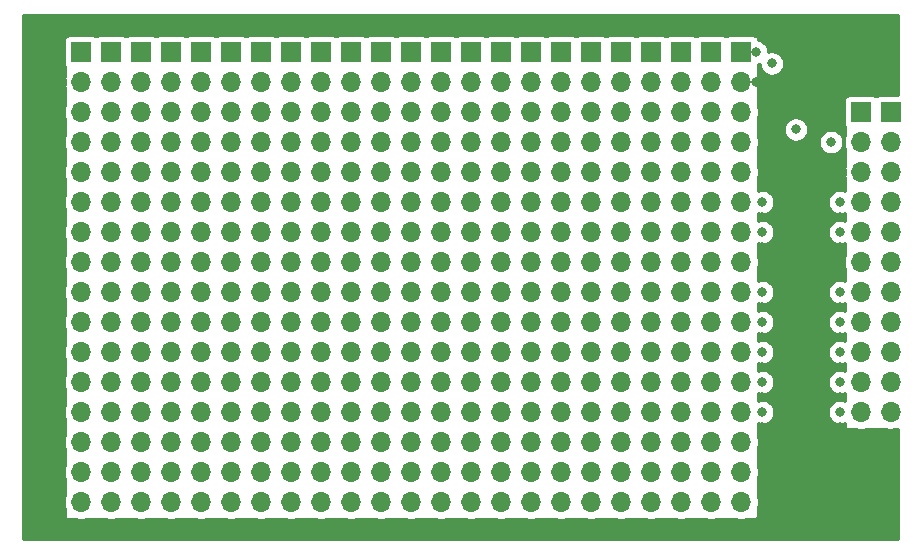
<source format=gbr>
G04 #@! TF.GenerationSoftware,KiCad,Pcbnew,(5.1.5)-3*
G04 #@! TF.CreationDate,2020-01-02T02:10:15+03:00*
G04 #@! TF.ProjectId,Sharp 11Pin Breadboard,53686172-7020-4313-9150-696e20427265,rev?*
G04 #@! TF.SameCoordinates,Original*
G04 #@! TF.FileFunction,Copper,L2,Bot*
G04 #@! TF.FilePolarity,Positive*
%FSLAX46Y46*%
G04 Gerber Fmt 4.6, Leading zero omitted, Abs format (unit mm)*
G04 Created by KiCad (PCBNEW (5.1.5)-3) date 2020-01-02 02:10:15*
%MOMM*%
%LPD*%
G04 APERTURE LIST*
%ADD10O,1.700000X1.700000*%
%ADD11R,1.700000X1.700000*%
%ADD12C,0.800000*%
%ADD13C,0.254000*%
G04 APERTURE END LIST*
D10*
X165100000Y-81280000D03*
X165100000Y-78740000D03*
X165100000Y-76200000D03*
X165100000Y-73660000D03*
X165100000Y-71120000D03*
X165100000Y-68580000D03*
X165100000Y-66040000D03*
X165100000Y-63500000D03*
X165100000Y-60960000D03*
X165100000Y-58420000D03*
D11*
X165100000Y-55880000D03*
D10*
X154940000Y-88900000D03*
X154940000Y-86360000D03*
X154940000Y-83820000D03*
X154940000Y-81280000D03*
X154940000Y-78740000D03*
X154940000Y-76200000D03*
X154940000Y-73660000D03*
X154940000Y-71120000D03*
X154940000Y-68580000D03*
X154940000Y-66040000D03*
X154940000Y-63500000D03*
X154940000Y-60960000D03*
X154940000Y-58420000D03*
X154940000Y-55880000D03*
X154940000Y-53340000D03*
D11*
X154940000Y-50800000D03*
D10*
X152400000Y-88900000D03*
X152400000Y-86360000D03*
X152400000Y-83820000D03*
X152400000Y-81280000D03*
X152400000Y-78740000D03*
X152400000Y-76200000D03*
X152400000Y-73660000D03*
X152400000Y-71120000D03*
X152400000Y-68580000D03*
X152400000Y-66040000D03*
X152400000Y-63500000D03*
X152400000Y-60960000D03*
X152400000Y-58420000D03*
X152400000Y-55880000D03*
X152400000Y-53340000D03*
D11*
X152400000Y-50800000D03*
D10*
X149860000Y-88900000D03*
X149860000Y-86360000D03*
X149860000Y-83820000D03*
X149860000Y-81280000D03*
X149860000Y-78740000D03*
X149860000Y-76200000D03*
X149860000Y-73660000D03*
X149860000Y-71120000D03*
X149860000Y-68580000D03*
X149860000Y-66040000D03*
X149860000Y-63500000D03*
X149860000Y-60960000D03*
X149860000Y-58420000D03*
X149860000Y-55880000D03*
X149860000Y-53340000D03*
D11*
X149860000Y-50800000D03*
D10*
X147320000Y-88900000D03*
X147320000Y-86360000D03*
X147320000Y-83820000D03*
X147320000Y-81280000D03*
X147320000Y-78740000D03*
X147320000Y-76200000D03*
X147320000Y-73660000D03*
X147320000Y-71120000D03*
X147320000Y-68580000D03*
X147320000Y-66040000D03*
X147320000Y-63500000D03*
X147320000Y-60960000D03*
X147320000Y-58420000D03*
X147320000Y-55880000D03*
X147320000Y-53340000D03*
D11*
X147320000Y-50800000D03*
D10*
X144780000Y-88900000D03*
X144780000Y-86360000D03*
X144780000Y-83820000D03*
X144780000Y-81280000D03*
X144780000Y-78740000D03*
X144780000Y-76200000D03*
X144780000Y-73660000D03*
X144780000Y-71120000D03*
X144780000Y-68580000D03*
X144780000Y-66040000D03*
X144780000Y-63500000D03*
X144780000Y-60960000D03*
X144780000Y-58420000D03*
X144780000Y-55880000D03*
X144780000Y-53340000D03*
D11*
X144780000Y-50800000D03*
D10*
X142240000Y-88900000D03*
X142240000Y-86360000D03*
X142240000Y-83820000D03*
X142240000Y-81280000D03*
X142240000Y-78740000D03*
X142240000Y-76200000D03*
X142240000Y-73660000D03*
X142240000Y-71120000D03*
X142240000Y-68580000D03*
X142240000Y-66040000D03*
X142240000Y-63500000D03*
X142240000Y-60960000D03*
X142240000Y-58420000D03*
X142240000Y-55880000D03*
X142240000Y-53340000D03*
D11*
X142240000Y-50800000D03*
D10*
X139700000Y-88900000D03*
X139700000Y-86360000D03*
X139700000Y-83820000D03*
X139700000Y-81280000D03*
X139700000Y-78740000D03*
X139700000Y-76200000D03*
X139700000Y-73660000D03*
X139700000Y-71120000D03*
X139700000Y-68580000D03*
X139700000Y-66040000D03*
X139700000Y-63500000D03*
X139700000Y-60960000D03*
X139700000Y-58420000D03*
X139700000Y-55880000D03*
X139700000Y-53340000D03*
D11*
X139700000Y-50800000D03*
D10*
X137160000Y-88900000D03*
X137160000Y-86360000D03*
X137160000Y-83820000D03*
X137160000Y-81280000D03*
X137160000Y-78740000D03*
X137160000Y-76200000D03*
X137160000Y-73660000D03*
X137160000Y-71120000D03*
X137160000Y-68580000D03*
X137160000Y-66040000D03*
X137160000Y-63500000D03*
X137160000Y-60960000D03*
X137160000Y-58420000D03*
X137160000Y-55880000D03*
X137160000Y-53340000D03*
D11*
X137160000Y-50800000D03*
D10*
X134620000Y-88900000D03*
X134620000Y-86360000D03*
X134620000Y-83820000D03*
X134620000Y-81280000D03*
X134620000Y-78740000D03*
X134620000Y-76200000D03*
X134620000Y-73660000D03*
X134620000Y-71120000D03*
X134620000Y-68580000D03*
X134620000Y-66040000D03*
X134620000Y-63500000D03*
X134620000Y-60960000D03*
X134620000Y-58420000D03*
X134620000Y-55880000D03*
X134620000Y-53340000D03*
D11*
X134620000Y-50800000D03*
D10*
X132080000Y-88900000D03*
X132080000Y-86360000D03*
X132080000Y-83820000D03*
X132080000Y-81280000D03*
X132080000Y-78740000D03*
X132080000Y-76200000D03*
X132080000Y-73660000D03*
X132080000Y-71120000D03*
X132080000Y-68580000D03*
X132080000Y-66040000D03*
X132080000Y-63500000D03*
X132080000Y-60960000D03*
X132080000Y-58420000D03*
X132080000Y-55880000D03*
X132080000Y-53340000D03*
D11*
X132080000Y-50800000D03*
D10*
X129540000Y-88900000D03*
X129540000Y-86360000D03*
X129540000Y-83820000D03*
X129540000Y-81280000D03*
X129540000Y-78740000D03*
X129540000Y-76200000D03*
X129540000Y-73660000D03*
X129540000Y-71120000D03*
X129540000Y-68580000D03*
X129540000Y-66040000D03*
X129540000Y-63500000D03*
X129540000Y-60960000D03*
X129540000Y-58420000D03*
X129540000Y-55880000D03*
X129540000Y-53340000D03*
D11*
X129540000Y-50800000D03*
D10*
X127000000Y-88900000D03*
X127000000Y-86360000D03*
X127000000Y-83820000D03*
X127000000Y-81280000D03*
X127000000Y-78740000D03*
X127000000Y-76200000D03*
X127000000Y-73660000D03*
X127000000Y-71120000D03*
X127000000Y-68580000D03*
X127000000Y-66040000D03*
X127000000Y-63500000D03*
X127000000Y-60960000D03*
X127000000Y-58420000D03*
X127000000Y-55880000D03*
X127000000Y-53340000D03*
D11*
X127000000Y-50800000D03*
D10*
X124460000Y-88900000D03*
X124460000Y-86360000D03*
X124460000Y-83820000D03*
X124460000Y-81280000D03*
X124460000Y-78740000D03*
X124460000Y-76200000D03*
X124460000Y-73660000D03*
X124460000Y-71120000D03*
X124460000Y-68580000D03*
X124460000Y-66040000D03*
X124460000Y-63500000D03*
X124460000Y-60960000D03*
X124460000Y-58420000D03*
X124460000Y-55880000D03*
X124460000Y-53340000D03*
D11*
X124460000Y-50800000D03*
D10*
X121920000Y-88900000D03*
X121920000Y-86360000D03*
X121920000Y-83820000D03*
X121920000Y-81280000D03*
X121920000Y-78740000D03*
X121920000Y-76200000D03*
X121920000Y-73660000D03*
X121920000Y-71120000D03*
X121920000Y-68580000D03*
X121920000Y-66040000D03*
X121920000Y-63500000D03*
X121920000Y-60960000D03*
X121920000Y-58420000D03*
X121920000Y-55880000D03*
X121920000Y-53340000D03*
D11*
X121920000Y-50800000D03*
D10*
X119380000Y-88900000D03*
X119380000Y-86360000D03*
X119380000Y-83820000D03*
X119380000Y-81280000D03*
X119380000Y-78740000D03*
X119380000Y-76200000D03*
X119380000Y-73660000D03*
X119380000Y-71120000D03*
X119380000Y-68580000D03*
X119380000Y-66040000D03*
X119380000Y-63500000D03*
X119380000Y-60960000D03*
X119380000Y-58420000D03*
X119380000Y-55880000D03*
X119380000Y-53340000D03*
D11*
X119380000Y-50800000D03*
D10*
X116840000Y-88900000D03*
X116840000Y-86360000D03*
X116840000Y-83820000D03*
X116840000Y-81280000D03*
X116840000Y-78740000D03*
X116840000Y-76200000D03*
X116840000Y-73660000D03*
X116840000Y-71120000D03*
X116840000Y-68580000D03*
X116840000Y-66040000D03*
X116840000Y-63500000D03*
X116840000Y-60960000D03*
X116840000Y-58420000D03*
X116840000Y-55880000D03*
X116840000Y-53340000D03*
D11*
X116840000Y-50800000D03*
D10*
X114300000Y-88900000D03*
X114300000Y-86360000D03*
X114300000Y-83820000D03*
X114300000Y-81280000D03*
X114300000Y-78740000D03*
X114300000Y-76200000D03*
X114300000Y-73660000D03*
X114300000Y-71120000D03*
X114300000Y-68580000D03*
X114300000Y-66040000D03*
X114300000Y-63500000D03*
X114300000Y-60960000D03*
X114300000Y-58420000D03*
X114300000Y-55880000D03*
X114300000Y-53340000D03*
D11*
X114300000Y-50800000D03*
D10*
X111760000Y-88900000D03*
X111760000Y-86360000D03*
X111760000Y-83820000D03*
X111760000Y-81280000D03*
X111760000Y-78740000D03*
X111760000Y-76200000D03*
X111760000Y-73660000D03*
X111760000Y-71120000D03*
X111760000Y-68580000D03*
X111760000Y-66040000D03*
X111760000Y-63500000D03*
X111760000Y-60960000D03*
X111760000Y-58420000D03*
X111760000Y-55880000D03*
X111760000Y-53340000D03*
D11*
X111760000Y-50800000D03*
D10*
X109220000Y-88900000D03*
X109220000Y-86360000D03*
X109220000Y-83820000D03*
X109220000Y-81280000D03*
X109220000Y-78740000D03*
X109220000Y-76200000D03*
X109220000Y-73660000D03*
X109220000Y-71120000D03*
X109220000Y-68580000D03*
X109220000Y-66040000D03*
X109220000Y-63500000D03*
X109220000Y-60960000D03*
X109220000Y-58420000D03*
X109220000Y-55880000D03*
X109220000Y-53340000D03*
D11*
X109220000Y-50800000D03*
D10*
X106680000Y-88900000D03*
X106680000Y-86360000D03*
X106680000Y-83820000D03*
X106680000Y-81280000D03*
X106680000Y-78740000D03*
X106680000Y-76200000D03*
X106680000Y-73660000D03*
X106680000Y-71120000D03*
X106680000Y-68580000D03*
X106680000Y-66040000D03*
X106680000Y-63500000D03*
X106680000Y-60960000D03*
X106680000Y-58420000D03*
X106680000Y-55880000D03*
X106680000Y-53340000D03*
D11*
X106680000Y-50800000D03*
D10*
X104140000Y-88900000D03*
X104140000Y-86360000D03*
X104140000Y-83820000D03*
X104140000Y-81280000D03*
X104140000Y-78740000D03*
X104140000Y-76200000D03*
X104140000Y-73660000D03*
X104140000Y-71120000D03*
X104140000Y-68580000D03*
X104140000Y-66040000D03*
X104140000Y-63500000D03*
X104140000Y-60960000D03*
X104140000Y-58420000D03*
X104140000Y-55880000D03*
X104140000Y-53340000D03*
D11*
X104140000Y-50800000D03*
D10*
X101600000Y-88900000D03*
X101600000Y-86360000D03*
X101600000Y-83820000D03*
X101600000Y-81280000D03*
X101600000Y-78740000D03*
X101600000Y-76200000D03*
X101600000Y-73660000D03*
X101600000Y-71120000D03*
X101600000Y-68580000D03*
X101600000Y-66040000D03*
X101600000Y-63500000D03*
X101600000Y-60960000D03*
X101600000Y-58420000D03*
X101600000Y-55880000D03*
X101600000Y-53340000D03*
D11*
X101600000Y-50800000D03*
D10*
X99060000Y-88900000D03*
X99060000Y-86360000D03*
X99060000Y-83820000D03*
X99060000Y-81280000D03*
X99060000Y-78740000D03*
X99060000Y-76200000D03*
X99060000Y-73660000D03*
X99060000Y-71120000D03*
X99060000Y-68580000D03*
X99060000Y-66040000D03*
X99060000Y-63500000D03*
X99060000Y-60960000D03*
X99060000Y-58420000D03*
X99060000Y-55880000D03*
X99060000Y-53340000D03*
D11*
X99060000Y-50800000D03*
D10*
X167640000Y-81280000D03*
X167640000Y-78740000D03*
X167640000Y-76200000D03*
X167640000Y-73660000D03*
X167640000Y-71120000D03*
X167640000Y-68580000D03*
X167640000Y-66040000D03*
X167640000Y-63500000D03*
X167640000Y-60960000D03*
X167640000Y-58420000D03*
D11*
X167640000Y-55880000D03*
D12*
X159565936Y-57350064D03*
X157543000Y-51753000D03*
X156210000Y-50800000D03*
X156718000Y-57150000D03*
X156718000Y-54610000D03*
X163068000Y-60960000D03*
X167894000Y-48006000D03*
X167894000Y-51054000D03*
X164846000Y-48006000D03*
X167894000Y-91694000D03*
X167894000Y-88646000D03*
X167894000Y-85598000D03*
X167894000Y-83058000D03*
X167894000Y-54102000D03*
X156718000Y-85090000D03*
X156718000Y-88392000D03*
X156718000Y-91694000D03*
X164846000Y-91694000D03*
X161798000Y-91694000D03*
X158750000Y-91694000D03*
X161798000Y-48006000D03*
X158750000Y-48006000D03*
X155702000Y-48006000D03*
X152654000Y-48006000D03*
X149606000Y-48006000D03*
X146558000Y-48006000D03*
X140208000Y-48006000D03*
X133604000Y-48006000D03*
X125984000Y-48006000D03*
X120904000Y-48006000D03*
X115062000Y-48006000D03*
X106934000Y-48006000D03*
X94488000Y-48006000D03*
X94488000Y-51054000D03*
X94488000Y-54102000D03*
X94488000Y-57150000D03*
X94488000Y-60198000D03*
X94488000Y-63246000D03*
X94488000Y-66294000D03*
X94488000Y-69342000D03*
X94488000Y-72390000D03*
X94488000Y-75438000D03*
X94488000Y-78486000D03*
X94488000Y-81534000D03*
X94488000Y-84582000D03*
X94488000Y-91694000D03*
X97536000Y-91694000D03*
X100584000Y-91694000D03*
X103632000Y-91694000D03*
X106680000Y-91694000D03*
X109728000Y-91694000D03*
X112776000Y-91694000D03*
X115824000Y-91694000D03*
X118872000Y-91694000D03*
X121920000Y-91694000D03*
X124968000Y-91694000D03*
X128016000Y-91694000D03*
X97536000Y-48006000D03*
X143510000Y-48006000D03*
X94488000Y-88138000D03*
X136906000Y-48006000D03*
X161290000Y-54864000D03*
X162560000Y-50800000D03*
X156718000Y-59690000D03*
X160020000Y-82550000D03*
X165608000Y-83058000D03*
X97282000Y-52070000D03*
X97282000Y-54610000D03*
X97282000Y-57150000D03*
X97282000Y-59690000D03*
X97282000Y-62230000D03*
X97282000Y-64770000D03*
X97282000Y-67310000D03*
X97282000Y-69850000D03*
X97282000Y-72390000D03*
X97282000Y-74930000D03*
X97282000Y-77470000D03*
X97282000Y-80010000D03*
X97282000Y-82550000D03*
X97282000Y-85090000D03*
X97282000Y-87630000D03*
X132588000Y-91694000D03*
X137668000Y-91694000D03*
X156718000Y-62230000D03*
X163322000Y-62230000D03*
X156718000Y-64770000D03*
X163322000Y-64770000D03*
X156718000Y-67310000D03*
X163322000Y-67310000D03*
X156718000Y-69850000D03*
X163322000Y-69850000D03*
X156718000Y-72390000D03*
X163322000Y-72390000D03*
X163322000Y-74930000D03*
X156718000Y-74930000D03*
X156718000Y-77470000D03*
X163322000Y-77470000D03*
X156718000Y-80010000D03*
X163322000Y-80010000D03*
X156718000Y-82550000D03*
X163322000Y-82550000D03*
X156210000Y-53340000D03*
X156718000Y-81280000D03*
X163322000Y-81280000D03*
X156718000Y-78740000D03*
X163322000Y-78740000D03*
X163322000Y-76200000D03*
X156718000Y-76200000D03*
X156718000Y-73660000D03*
X163322000Y-73660000D03*
X156718000Y-71120000D03*
X163322000Y-71120000D03*
X156718000Y-66040000D03*
X163322000Y-66040000D03*
X156718000Y-63500000D03*
X163322000Y-63500000D03*
X162560000Y-58420000D03*
D13*
G36*
X168250000Y-54391928D02*
G01*
X166790000Y-54391928D01*
X166665518Y-54404188D01*
X166545820Y-54440498D01*
X166466306Y-54483000D01*
X166273694Y-54483000D01*
X166194180Y-54440498D01*
X166074482Y-54404188D01*
X165950000Y-54391928D01*
X164250000Y-54391928D01*
X164125518Y-54404188D01*
X164005820Y-54440498D01*
X163926306Y-54483000D01*
X163830000Y-54483000D01*
X163805224Y-54485440D01*
X163781399Y-54492667D01*
X163759443Y-54504403D01*
X163740197Y-54520197D01*
X163724403Y-54539443D01*
X163712667Y-54561399D01*
X163705440Y-54585224D01*
X163703000Y-54610000D01*
X163703000Y-54706306D01*
X163660498Y-54785820D01*
X163624188Y-54905518D01*
X163611928Y-55030000D01*
X163611928Y-56730000D01*
X163624188Y-56854482D01*
X163660498Y-56974180D01*
X163703000Y-57053694D01*
X163703000Y-57912165D01*
X163672068Y-57986842D01*
X163615000Y-58273740D01*
X163615000Y-58566260D01*
X163672068Y-58853158D01*
X163703000Y-58927835D01*
X163703000Y-60456478D01*
X163658524Y-60603110D01*
X163703000Y-60687387D01*
X163703000Y-61232613D01*
X163658524Y-61316890D01*
X163703000Y-61463522D01*
X163703000Y-62537539D01*
X163623898Y-62504774D01*
X163423939Y-62465000D01*
X163220061Y-62465000D01*
X163020102Y-62504774D01*
X162831744Y-62582795D01*
X162662226Y-62696063D01*
X162518063Y-62840226D01*
X162404795Y-63009744D01*
X162326774Y-63198102D01*
X162287000Y-63398061D01*
X162287000Y-63601939D01*
X162326774Y-63801898D01*
X162404795Y-63990256D01*
X162518063Y-64159774D01*
X162662226Y-64303937D01*
X162831744Y-64417205D01*
X163020102Y-64495226D01*
X163220061Y-64535000D01*
X163423939Y-64535000D01*
X163623898Y-64495226D01*
X163703000Y-64462461D01*
X163703000Y-65077539D01*
X163623898Y-65044774D01*
X163423939Y-65005000D01*
X163220061Y-65005000D01*
X163020102Y-65044774D01*
X162831744Y-65122795D01*
X162662226Y-65236063D01*
X162518063Y-65380226D01*
X162404795Y-65549744D01*
X162326774Y-65738102D01*
X162287000Y-65938061D01*
X162287000Y-66141939D01*
X162326774Y-66341898D01*
X162404795Y-66530256D01*
X162518063Y-66699774D01*
X162662226Y-66843937D01*
X162831744Y-66957205D01*
X163020102Y-67035226D01*
X163220061Y-67075000D01*
X163423939Y-67075000D01*
X163623898Y-67035226D01*
X163703000Y-67002461D01*
X163703000Y-68072165D01*
X163672068Y-68146842D01*
X163615000Y-68433740D01*
X163615000Y-68726260D01*
X163672068Y-69013158D01*
X163703000Y-69087835D01*
X163703000Y-70157539D01*
X163623898Y-70124774D01*
X163423939Y-70085000D01*
X163220061Y-70085000D01*
X163020102Y-70124774D01*
X162831744Y-70202795D01*
X162662226Y-70316063D01*
X162518063Y-70460226D01*
X162404795Y-70629744D01*
X162326774Y-70818102D01*
X162287000Y-71018061D01*
X162287000Y-71221939D01*
X162326774Y-71421898D01*
X162404795Y-71610256D01*
X162518063Y-71779774D01*
X162662226Y-71923937D01*
X162831744Y-72037205D01*
X163020102Y-72115226D01*
X163220061Y-72155000D01*
X163423939Y-72155000D01*
X163623898Y-72115226D01*
X163703000Y-72082461D01*
X163703000Y-72697539D01*
X163623898Y-72664774D01*
X163423939Y-72625000D01*
X163220061Y-72625000D01*
X163020102Y-72664774D01*
X162831744Y-72742795D01*
X162662226Y-72856063D01*
X162518063Y-73000226D01*
X162404795Y-73169744D01*
X162326774Y-73358102D01*
X162287000Y-73558061D01*
X162287000Y-73761939D01*
X162326774Y-73961898D01*
X162404795Y-74150256D01*
X162518063Y-74319774D01*
X162662226Y-74463937D01*
X162831744Y-74577205D01*
X163020102Y-74655226D01*
X163220061Y-74695000D01*
X163423939Y-74695000D01*
X163623898Y-74655226D01*
X163703000Y-74622461D01*
X163703000Y-75237539D01*
X163623898Y-75204774D01*
X163423939Y-75165000D01*
X163220061Y-75165000D01*
X163020102Y-75204774D01*
X162831744Y-75282795D01*
X162662226Y-75396063D01*
X162518063Y-75540226D01*
X162404795Y-75709744D01*
X162326774Y-75898102D01*
X162287000Y-76098061D01*
X162287000Y-76301939D01*
X162326774Y-76501898D01*
X162404795Y-76690256D01*
X162518063Y-76859774D01*
X162662226Y-77003937D01*
X162831744Y-77117205D01*
X163020102Y-77195226D01*
X163220061Y-77235000D01*
X163423939Y-77235000D01*
X163623898Y-77195226D01*
X163703000Y-77162461D01*
X163703000Y-77777539D01*
X163623898Y-77744774D01*
X163423939Y-77705000D01*
X163220061Y-77705000D01*
X163020102Y-77744774D01*
X162831744Y-77822795D01*
X162662226Y-77936063D01*
X162518063Y-78080226D01*
X162404795Y-78249744D01*
X162326774Y-78438102D01*
X162287000Y-78638061D01*
X162287000Y-78841939D01*
X162326774Y-79041898D01*
X162404795Y-79230256D01*
X162518063Y-79399774D01*
X162662226Y-79543937D01*
X162831744Y-79657205D01*
X163020102Y-79735226D01*
X163220061Y-79775000D01*
X163423939Y-79775000D01*
X163623898Y-79735226D01*
X163703000Y-79702461D01*
X163703000Y-80317539D01*
X163623898Y-80284774D01*
X163423939Y-80245000D01*
X163220061Y-80245000D01*
X163020102Y-80284774D01*
X162831744Y-80362795D01*
X162662226Y-80476063D01*
X162518063Y-80620226D01*
X162404795Y-80789744D01*
X162326774Y-80978102D01*
X162287000Y-81178061D01*
X162287000Y-81381939D01*
X162326774Y-81581898D01*
X162404795Y-81770256D01*
X162518063Y-81939774D01*
X162662226Y-82083937D01*
X162831744Y-82197205D01*
X163020102Y-82275226D01*
X163220061Y-82315000D01*
X163423939Y-82315000D01*
X163623898Y-82275226D01*
X163703000Y-82242461D01*
X163703000Y-82550000D01*
X163705440Y-82574776D01*
X163712667Y-82598601D01*
X163724403Y-82620557D01*
X163740197Y-82639803D01*
X163759443Y-82655597D01*
X163781399Y-82667333D01*
X163805224Y-82674560D01*
X163830000Y-82677000D01*
X164592165Y-82677000D01*
X164666842Y-82707932D01*
X164953740Y-82765000D01*
X165246260Y-82765000D01*
X165533158Y-82707932D01*
X165607835Y-82677000D01*
X167132165Y-82677000D01*
X167206842Y-82707932D01*
X167493740Y-82765000D01*
X167786260Y-82765000D01*
X168073158Y-82707932D01*
X168147835Y-82677000D01*
X168250001Y-82677000D01*
X168250001Y-92050000D01*
X94180000Y-92050000D01*
X94180000Y-49950000D01*
X97571928Y-49950000D01*
X97571928Y-51650000D01*
X97584188Y-51774482D01*
X97620498Y-51894180D01*
X97663000Y-51973694D01*
X97663000Y-52836478D01*
X97618524Y-52983110D01*
X97663000Y-53067387D01*
X97663000Y-53612613D01*
X97618524Y-53696890D01*
X97663000Y-53843522D01*
X97663000Y-55372165D01*
X97632068Y-55446842D01*
X97575000Y-55733740D01*
X97575000Y-56026260D01*
X97632068Y-56313158D01*
X97663000Y-56387835D01*
X97663000Y-57912165D01*
X97632068Y-57986842D01*
X97575000Y-58273740D01*
X97575000Y-58566260D01*
X97632068Y-58853158D01*
X97663000Y-58927835D01*
X97663000Y-60452165D01*
X97632068Y-60526842D01*
X97575000Y-60813740D01*
X97575000Y-61106260D01*
X97632068Y-61393158D01*
X97663000Y-61467835D01*
X97663000Y-62992165D01*
X97632068Y-63066842D01*
X97575000Y-63353740D01*
X97575000Y-63646260D01*
X97632068Y-63933158D01*
X97663000Y-64007835D01*
X97663000Y-65532165D01*
X97632068Y-65606842D01*
X97575000Y-65893740D01*
X97575000Y-66186260D01*
X97632068Y-66473158D01*
X97663000Y-66547835D01*
X97663000Y-68072165D01*
X97632068Y-68146842D01*
X97575000Y-68433740D01*
X97575000Y-68726260D01*
X97632068Y-69013158D01*
X97663000Y-69087835D01*
X97663000Y-70612165D01*
X97632068Y-70686842D01*
X97575000Y-70973740D01*
X97575000Y-71266260D01*
X97632068Y-71553158D01*
X97663000Y-71627835D01*
X97663000Y-73152165D01*
X97632068Y-73226842D01*
X97575000Y-73513740D01*
X97575000Y-73806260D01*
X97632068Y-74093158D01*
X97663000Y-74167835D01*
X97663000Y-75692165D01*
X97632068Y-75766842D01*
X97575000Y-76053740D01*
X97575000Y-76346260D01*
X97632068Y-76633158D01*
X97663000Y-76707835D01*
X97663000Y-78232165D01*
X97632068Y-78306842D01*
X97575000Y-78593740D01*
X97575000Y-78886260D01*
X97632068Y-79173158D01*
X97663000Y-79247835D01*
X97663000Y-80772165D01*
X97632068Y-80846842D01*
X97575000Y-81133740D01*
X97575000Y-81426260D01*
X97632068Y-81713158D01*
X97663000Y-81787835D01*
X97663000Y-83312165D01*
X97632068Y-83386842D01*
X97575000Y-83673740D01*
X97575000Y-83966260D01*
X97632068Y-84253158D01*
X97663000Y-84327835D01*
X97663000Y-85852165D01*
X97632068Y-85926842D01*
X97575000Y-86213740D01*
X97575000Y-86506260D01*
X97632068Y-86793158D01*
X97663000Y-86867835D01*
X97663000Y-88392165D01*
X97632068Y-88466842D01*
X97575000Y-88753740D01*
X97575000Y-89046260D01*
X97632068Y-89333158D01*
X97663000Y-89407835D01*
X97663000Y-90170000D01*
X97665440Y-90194776D01*
X97672667Y-90218601D01*
X97684403Y-90240557D01*
X97700197Y-90259803D01*
X97719443Y-90275597D01*
X97741399Y-90287333D01*
X97765224Y-90294560D01*
X97790000Y-90297000D01*
X98552165Y-90297000D01*
X98626842Y-90327932D01*
X98913740Y-90385000D01*
X99206260Y-90385000D01*
X99493158Y-90327932D01*
X99567835Y-90297000D01*
X101092165Y-90297000D01*
X101166842Y-90327932D01*
X101453740Y-90385000D01*
X101746260Y-90385000D01*
X102033158Y-90327932D01*
X102107835Y-90297000D01*
X103632165Y-90297000D01*
X103706842Y-90327932D01*
X103993740Y-90385000D01*
X104286260Y-90385000D01*
X104573158Y-90327932D01*
X104647835Y-90297000D01*
X106172165Y-90297000D01*
X106246842Y-90327932D01*
X106533740Y-90385000D01*
X106826260Y-90385000D01*
X107113158Y-90327932D01*
X107187835Y-90297000D01*
X108712165Y-90297000D01*
X108786842Y-90327932D01*
X109073740Y-90385000D01*
X109366260Y-90385000D01*
X109653158Y-90327932D01*
X109727835Y-90297000D01*
X111252165Y-90297000D01*
X111326842Y-90327932D01*
X111613740Y-90385000D01*
X111906260Y-90385000D01*
X112193158Y-90327932D01*
X112267835Y-90297000D01*
X113792165Y-90297000D01*
X113866842Y-90327932D01*
X114153740Y-90385000D01*
X114446260Y-90385000D01*
X114733158Y-90327932D01*
X114807835Y-90297000D01*
X116332165Y-90297000D01*
X116406842Y-90327932D01*
X116693740Y-90385000D01*
X116986260Y-90385000D01*
X117273158Y-90327932D01*
X117347835Y-90297000D01*
X118872165Y-90297000D01*
X118946842Y-90327932D01*
X119233740Y-90385000D01*
X119526260Y-90385000D01*
X119813158Y-90327932D01*
X119887835Y-90297000D01*
X121412165Y-90297000D01*
X121486842Y-90327932D01*
X121773740Y-90385000D01*
X122066260Y-90385000D01*
X122353158Y-90327932D01*
X122427835Y-90297000D01*
X123952165Y-90297000D01*
X124026842Y-90327932D01*
X124313740Y-90385000D01*
X124606260Y-90385000D01*
X124893158Y-90327932D01*
X124967835Y-90297000D01*
X126492165Y-90297000D01*
X126566842Y-90327932D01*
X126853740Y-90385000D01*
X127146260Y-90385000D01*
X127433158Y-90327932D01*
X127507835Y-90297000D01*
X129032165Y-90297000D01*
X129106842Y-90327932D01*
X129393740Y-90385000D01*
X129686260Y-90385000D01*
X129973158Y-90327932D01*
X130047835Y-90297000D01*
X131572165Y-90297000D01*
X131646842Y-90327932D01*
X131933740Y-90385000D01*
X132226260Y-90385000D01*
X132513158Y-90327932D01*
X132587835Y-90297000D01*
X134112165Y-90297000D01*
X134186842Y-90327932D01*
X134473740Y-90385000D01*
X134766260Y-90385000D01*
X135053158Y-90327932D01*
X135127835Y-90297000D01*
X136652165Y-90297000D01*
X136726842Y-90327932D01*
X137013740Y-90385000D01*
X137306260Y-90385000D01*
X137593158Y-90327932D01*
X137667835Y-90297000D01*
X139192165Y-90297000D01*
X139266842Y-90327932D01*
X139553740Y-90385000D01*
X139846260Y-90385000D01*
X140133158Y-90327932D01*
X140207835Y-90297000D01*
X141732165Y-90297000D01*
X141806842Y-90327932D01*
X142093740Y-90385000D01*
X142386260Y-90385000D01*
X142673158Y-90327932D01*
X142747835Y-90297000D01*
X144272165Y-90297000D01*
X144346842Y-90327932D01*
X144633740Y-90385000D01*
X144926260Y-90385000D01*
X145213158Y-90327932D01*
X145287835Y-90297000D01*
X146812165Y-90297000D01*
X146886842Y-90327932D01*
X147173740Y-90385000D01*
X147466260Y-90385000D01*
X147753158Y-90327932D01*
X147827835Y-90297000D01*
X149352165Y-90297000D01*
X149426842Y-90327932D01*
X149713740Y-90385000D01*
X150006260Y-90385000D01*
X150293158Y-90327932D01*
X150367835Y-90297000D01*
X151892165Y-90297000D01*
X151966842Y-90327932D01*
X152253740Y-90385000D01*
X152546260Y-90385000D01*
X152833158Y-90327932D01*
X152907835Y-90297000D01*
X154432165Y-90297000D01*
X154506842Y-90327932D01*
X154793740Y-90385000D01*
X155086260Y-90385000D01*
X155373158Y-90327932D01*
X155447835Y-90297000D01*
X156210000Y-90297000D01*
X156234776Y-90294560D01*
X156258601Y-90287333D01*
X156280557Y-90275597D01*
X156299803Y-90259803D01*
X156315597Y-90240557D01*
X156327333Y-90218601D01*
X156334560Y-90194776D01*
X156337000Y-90170000D01*
X156337000Y-89407835D01*
X156367932Y-89333158D01*
X156425000Y-89046260D01*
X156425000Y-88753740D01*
X156367932Y-88466842D01*
X156337000Y-88392165D01*
X156337000Y-86867835D01*
X156367932Y-86793158D01*
X156425000Y-86506260D01*
X156425000Y-86213740D01*
X156367932Y-85926842D01*
X156337000Y-85852165D01*
X156337000Y-84327835D01*
X156367932Y-84253158D01*
X156425000Y-83966260D01*
X156425000Y-83673740D01*
X156367932Y-83386842D01*
X156337000Y-83312165D01*
X156337000Y-82242461D01*
X156416102Y-82275226D01*
X156616061Y-82315000D01*
X156819939Y-82315000D01*
X157019898Y-82275226D01*
X157208256Y-82197205D01*
X157377774Y-82083937D01*
X157521937Y-81939774D01*
X157635205Y-81770256D01*
X157713226Y-81581898D01*
X157753000Y-81381939D01*
X157753000Y-81178061D01*
X157713226Y-80978102D01*
X157635205Y-80789744D01*
X157521937Y-80620226D01*
X157377774Y-80476063D01*
X157208256Y-80362795D01*
X157019898Y-80284774D01*
X156819939Y-80245000D01*
X156616061Y-80245000D01*
X156416102Y-80284774D01*
X156337000Y-80317539D01*
X156337000Y-79702461D01*
X156416102Y-79735226D01*
X156616061Y-79775000D01*
X156819939Y-79775000D01*
X157019898Y-79735226D01*
X157208256Y-79657205D01*
X157377774Y-79543937D01*
X157521937Y-79399774D01*
X157635205Y-79230256D01*
X157713226Y-79041898D01*
X157753000Y-78841939D01*
X157753000Y-78638061D01*
X157713226Y-78438102D01*
X157635205Y-78249744D01*
X157521937Y-78080226D01*
X157377774Y-77936063D01*
X157208256Y-77822795D01*
X157019898Y-77744774D01*
X156819939Y-77705000D01*
X156616061Y-77705000D01*
X156416102Y-77744774D01*
X156337000Y-77777539D01*
X156337000Y-77162461D01*
X156416102Y-77195226D01*
X156616061Y-77235000D01*
X156819939Y-77235000D01*
X157019898Y-77195226D01*
X157208256Y-77117205D01*
X157377774Y-77003937D01*
X157521937Y-76859774D01*
X157635205Y-76690256D01*
X157713226Y-76501898D01*
X157753000Y-76301939D01*
X157753000Y-76098061D01*
X157713226Y-75898102D01*
X157635205Y-75709744D01*
X157521937Y-75540226D01*
X157377774Y-75396063D01*
X157208256Y-75282795D01*
X157019898Y-75204774D01*
X156819939Y-75165000D01*
X156616061Y-75165000D01*
X156416102Y-75204774D01*
X156337000Y-75237539D01*
X156337000Y-74622461D01*
X156416102Y-74655226D01*
X156616061Y-74695000D01*
X156819939Y-74695000D01*
X157019898Y-74655226D01*
X157208256Y-74577205D01*
X157377774Y-74463937D01*
X157521937Y-74319774D01*
X157635205Y-74150256D01*
X157713226Y-73961898D01*
X157753000Y-73761939D01*
X157753000Y-73558061D01*
X157713226Y-73358102D01*
X157635205Y-73169744D01*
X157521937Y-73000226D01*
X157377774Y-72856063D01*
X157208256Y-72742795D01*
X157019898Y-72664774D01*
X156819939Y-72625000D01*
X156616061Y-72625000D01*
X156416102Y-72664774D01*
X156337000Y-72697539D01*
X156337000Y-72082461D01*
X156416102Y-72115226D01*
X156616061Y-72155000D01*
X156819939Y-72155000D01*
X157019898Y-72115226D01*
X157208256Y-72037205D01*
X157377774Y-71923937D01*
X157521937Y-71779774D01*
X157635205Y-71610256D01*
X157713226Y-71421898D01*
X157753000Y-71221939D01*
X157753000Y-71018061D01*
X157713226Y-70818102D01*
X157635205Y-70629744D01*
X157521937Y-70460226D01*
X157377774Y-70316063D01*
X157208256Y-70202795D01*
X157019898Y-70124774D01*
X156819939Y-70085000D01*
X156616061Y-70085000D01*
X156416102Y-70124774D01*
X156337000Y-70157539D01*
X156337000Y-69087835D01*
X156367932Y-69013158D01*
X156425000Y-68726260D01*
X156425000Y-68433740D01*
X156367932Y-68146842D01*
X156337000Y-68072165D01*
X156337000Y-67002461D01*
X156416102Y-67035226D01*
X156616061Y-67075000D01*
X156819939Y-67075000D01*
X157019898Y-67035226D01*
X157208256Y-66957205D01*
X157377774Y-66843937D01*
X157521937Y-66699774D01*
X157635205Y-66530256D01*
X157713226Y-66341898D01*
X157753000Y-66141939D01*
X157753000Y-65938061D01*
X157713226Y-65738102D01*
X157635205Y-65549744D01*
X157521937Y-65380226D01*
X157377774Y-65236063D01*
X157208256Y-65122795D01*
X157019898Y-65044774D01*
X156819939Y-65005000D01*
X156616061Y-65005000D01*
X156416102Y-65044774D01*
X156337000Y-65077539D01*
X156337000Y-64462461D01*
X156416102Y-64495226D01*
X156616061Y-64535000D01*
X156819939Y-64535000D01*
X157019898Y-64495226D01*
X157208256Y-64417205D01*
X157377774Y-64303937D01*
X157521937Y-64159774D01*
X157635205Y-63990256D01*
X157713226Y-63801898D01*
X157753000Y-63601939D01*
X157753000Y-63398061D01*
X157713226Y-63198102D01*
X157635205Y-63009744D01*
X157521937Y-62840226D01*
X157377774Y-62696063D01*
X157208256Y-62582795D01*
X157019898Y-62504774D01*
X156819939Y-62465000D01*
X156616061Y-62465000D01*
X156416102Y-62504774D01*
X156337000Y-62537539D01*
X156337000Y-61467835D01*
X156367932Y-61393158D01*
X156425000Y-61106260D01*
X156425000Y-60813740D01*
X156367932Y-60526842D01*
X156337000Y-60452165D01*
X156337000Y-58927835D01*
X156367932Y-58853158D01*
X156425000Y-58566260D01*
X156425000Y-58273740D01*
X156367932Y-57986842D01*
X156337000Y-57912165D01*
X156337000Y-57248125D01*
X158530936Y-57248125D01*
X158530936Y-57452003D01*
X158570710Y-57651962D01*
X158648731Y-57840320D01*
X158761999Y-58009838D01*
X158906162Y-58154001D01*
X159075680Y-58267269D01*
X159264038Y-58345290D01*
X159463997Y-58385064D01*
X159667875Y-58385064D01*
X159867834Y-58345290D01*
X159933570Y-58318061D01*
X161525000Y-58318061D01*
X161525000Y-58521939D01*
X161564774Y-58721898D01*
X161642795Y-58910256D01*
X161756063Y-59079774D01*
X161900226Y-59223937D01*
X162069744Y-59337205D01*
X162258102Y-59415226D01*
X162458061Y-59455000D01*
X162661939Y-59455000D01*
X162861898Y-59415226D01*
X163050256Y-59337205D01*
X163219774Y-59223937D01*
X163363937Y-59079774D01*
X163477205Y-58910256D01*
X163555226Y-58721898D01*
X163595000Y-58521939D01*
X163595000Y-58318061D01*
X163555226Y-58118102D01*
X163477205Y-57929744D01*
X163363937Y-57760226D01*
X163219774Y-57616063D01*
X163050256Y-57502795D01*
X162861898Y-57424774D01*
X162661939Y-57385000D01*
X162458061Y-57385000D01*
X162258102Y-57424774D01*
X162069744Y-57502795D01*
X161900226Y-57616063D01*
X161756063Y-57760226D01*
X161642795Y-57929744D01*
X161564774Y-58118102D01*
X161525000Y-58318061D01*
X159933570Y-58318061D01*
X160056192Y-58267269D01*
X160225710Y-58154001D01*
X160369873Y-58009838D01*
X160483141Y-57840320D01*
X160561162Y-57651962D01*
X160600936Y-57452003D01*
X160600936Y-57248125D01*
X160561162Y-57048166D01*
X160483141Y-56859808D01*
X160369873Y-56690290D01*
X160225710Y-56546127D01*
X160056192Y-56432859D01*
X159867834Y-56354838D01*
X159667875Y-56315064D01*
X159463997Y-56315064D01*
X159264038Y-56354838D01*
X159075680Y-56432859D01*
X158906162Y-56546127D01*
X158761999Y-56690290D01*
X158648731Y-56859808D01*
X158570710Y-57048166D01*
X158530936Y-57248125D01*
X156337000Y-57248125D01*
X156337000Y-56387835D01*
X156367932Y-56313158D01*
X156425000Y-56026260D01*
X156425000Y-55733740D01*
X156367932Y-55446842D01*
X156337000Y-55372165D01*
X156337000Y-53843522D01*
X156381476Y-53696890D01*
X156337000Y-53612613D01*
X156337000Y-53067387D01*
X156381476Y-52983110D01*
X156337000Y-52836478D01*
X156337000Y-51973694D01*
X156379502Y-51894180D01*
X156402945Y-51816898D01*
X156508000Y-51796001D01*
X156508000Y-51854939D01*
X156547774Y-52054898D01*
X156625795Y-52243256D01*
X156739063Y-52412774D01*
X156883226Y-52556937D01*
X157052744Y-52670205D01*
X157241102Y-52748226D01*
X157441061Y-52788000D01*
X157644939Y-52788000D01*
X157844898Y-52748226D01*
X158033256Y-52670205D01*
X158202774Y-52556937D01*
X158346937Y-52412774D01*
X158460205Y-52243256D01*
X158538226Y-52054898D01*
X158578000Y-51854939D01*
X158578000Y-51651061D01*
X158538226Y-51451102D01*
X158460205Y-51262744D01*
X158346937Y-51093226D01*
X158202774Y-50949063D01*
X158033256Y-50835795D01*
X157844898Y-50757774D01*
X157644939Y-50718000D01*
X157441061Y-50718000D01*
X157245000Y-50756999D01*
X157245000Y-50698061D01*
X157205226Y-50498102D01*
X157127205Y-50309744D01*
X157013937Y-50140226D01*
X156869774Y-49996063D01*
X156700256Y-49882795D01*
X156511898Y-49804774D01*
X156402945Y-49783102D01*
X156379502Y-49705820D01*
X156337000Y-49626306D01*
X156337000Y-49530000D01*
X156334560Y-49505224D01*
X156327333Y-49481399D01*
X156315597Y-49459443D01*
X156299803Y-49440197D01*
X156280557Y-49424403D01*
X156258601Y-49412667D01*
X156234776Y-49405440D01*
X156210000Y-49403000D01*
X156113694Y-49403000D01*
X156034180Y-49360498D01*
X155914482Y-49324188D01*
X155790000Y-49311928D01*
X154090000Y-49311928D01*
X153965518Y-49324188D01*
X153845820Y-49360498D01*
X153766306Y-49403000D01*
X153573694Y-49403000D01*
X153494180Y-49360498D01*
X153374482Y-49324188D01*
X153250000Y-49311928D01*
X151550000Y-49311928D01*
X151425518Y-49324188D01*
X151305820Y-49360498D01*
X151226306Y-49403000D01*
X151033694Y-49403000D01*
X150954180Y-49360498D01*
X150834482Y-49324188D01*
X150710000Y-49311928D01*
X149010000Y-49311928D01*
X148885518Y-49324188D01*
X148765820Y-49360498D01*
X148686306Y-49403000D01*
X148493694Y-49403000D01*
X148414180Y-49360498D01*
X148294482Y-49324188D01*
X148170000Y-49311928D01*
X146470000Y-49311928D01*
X146345518Y-49324188D01*
X146225820Y-49360498D01*
X146146306Y-49403000D01*
X145953694Y-49403000D01*
X145874180Y-49360498D01*
X145754482Y-49324188D01*
X145630000Y-49311928D01*
X143930000Y-49311928D01*
X143805518Y-49324188D01*
X143685820Y-49360498D01*
X143606306Y-49403000D01*
X143413694Y-49403000D01*
X143334180Y-49360498D01*
X143214482Y-49324188D01*
X143090000Y-49311928D01*
X141390000Y-49311928D01*
X141265518Y-49324188D01*
X141145820Y-49360498D01*
X141066306Y-49403000D01*
X140873694Y-49403000D01*
X140794180Y-49360498D01*
X140674482Y-49324188D01*
X140550000Y-49311928D01*
X138850000Y-49311928D01*
X138725518Y-49324188D01*
X138605820Y-49360498D01*
X138526306Y-49403000D01*
X138333694Y-49403000D01*
X138254180Y-49360498D01*
X138134482Y-49324188D01*
X138010000Y-49311928D01*
X136310000Y-49311928D01*
X136185518Y-49324188D01*
X136065820Y-49360498D01*
X135986306Y-49403000D01*
X135793694Y-49403000D01*
X135714180Y-49360498D01*
X135594482Y-49324188D01*
X135470000Y-49311928D01*
X133770000Y-49311928D01*
X133645518Y-49324188D01*
X133525820Y-49360498D01*
X133446306Y-49403000D01*
X133253694Y-49403000D01*
X133174180Y-49360498D01*
X133054482Y-49324188D01*
X132930000Y-49311928D01*
X131230000Y-49311928D01*
X131105518Y-49324188D01*
X130985820Y-49360498D01*
X130906306Y-49403000D01*
X130713694Y-49403000D01*
X130634180Y-49360498D01*
X130514482Y-49324188D01*
X130390000Y-49311928D01*
X128690000Y-49311928D01*
X128565518Y-49324188D01*
X128445820Y-49360498D01*
X128366306Y-49403000D01*
X128173694Y-49403000D01*
X128094180Y-49360498D01*
X127974482Y-49324188D01*
X127850000Y-49311928D01*
X126150000Y-49311928D01*
X126025518Y-49324188D01*
X125905820Y-49360498D01*
X125826306Y-49403000D01*
X125633694Y-49403000D01*
X125554180Y-49360498D01*
X125434482Y-49324188D01*
X125310000Y-49311928D01*
X123610000Y-49311928D01*
X123485518Y-49324188D01*
X123365820Y-49360498D01*
X123286306Y-49403000D01*
X123093694Y-49403000D01*
X123014180Y-49360498D01*
X122894482Y-49324188D01*
X122770000Y-49311928D01*
X121070000Y-49311928D01*
X120945518Y-49324188D01*
X120825820Y-49360498D01*
X120746306Y-49403000D01*
X120553694Y-49403000D01*
X120474180Y-49360498D01*
X120354482Y-49324188D01*
X120230000Y-49311928D01*
X118530000Y-49311928D01*
X118405518Y-49324188D01*
X118285820Y-49360498D01*
X118206306Y-49403000D01*
X118013694Y-49403000D01*
X117934180Y-49360498D01*
X117814482Y-49324188D01*
X117690000Y-49311928D01*
X115990000Y-49311928D01*
X115865518Y-49324188D01*
X115745820Y-49360498D01*
X115666306Y-49403000D01*
X115473694Y-49403000D01*
X115394180Y-49360498D01*
X115274482Y-49324188D01*
X115150000Y-49311928D01*
X113450000Y-49311928D01*
X113325518Y-49324188D01*
X113205820Y-49360498D01*
X113126306Y-49403000D01*
X112933694Y-49403000D01*
X112854180Y-49360498D01*
X112734482Y-49324188D01*
X112610000Y-49311928D01*
X110910000Y-49311928D01*
X110785518Y-49324188D01*
X110665820Y-49360498D01*
X110586306Y-49403000D01*
X110393694Y-49403000D01*
X110314180Y-49360498D01*
X110194482Y-49324188D01*
X110070000Y-49311928D01*
X108370000Y-49311928D01*
X108245518Y-49324188D01*
X108125820Y-49360498D01*
X108046306Y-49403000D01*
X107853694Y-49403000D01*
X107774180Y-49360498D01*
X107654482Y-49324188D01*
X107530000Y-49311928D01*
X105830000Y-49311928D01*
X105705518Y-49324188D01*
X105585820Y-49360498D01*
X105506306Y-49403000D01*
X105313694Y-49403000D01*
X105234180Y-49360498D01*
X105114482Y-49324188D01*
X104990000Y-49311928D01*
X103290000Y-49311928D01*
X103165518Y-49324188D01*
X103045820Y-49360498D01*
X102966306Y-49403000D01*
X102773694Y-49403000D01*
X102694180Y-49360498D01*
X102574482Y-49324188D01*
X102450000Y-49311928D01*
X100750000Y-49311928D01*
X100625518Y-49324188D01*
X100505820Y-49360498D01*
X100426306Y-49403000D01*
X100233694Y-49403000D01*
X100154180Y-49360498D01*
X100034482Y-49324188D01*
X99910000Y-49311928D01*
X98210000Y-49311928D01*
X98085518Y-49324188D01*
X97965820Y-49360498D01*
X97886306Y-49403000D01*
X97790000Y-49403000D01*
X97765224Y-49405440D01*
X97741399Y-49412667D01*
X97719443Y-49424403D01*
X97700197Y-49440197D01*
X97684403Y-49459443D01*
X97672667Y-49481399D01*
X97665440Y-49505224D01*
X97663000Y-49530000D01*
X97663000Y-49626306D01*
X97620498Y-49705820D01*
X97584188Y-49825518D01*
X97571928Y-49950000D01*
X94180000Y-49950000D01*
X94180000Y-47650000D01*
X168250000Y-47650000D01*
X168250000Y-54391928D01*
G37*
X168250000Y-54391928D02*
X166790000Y-54391928D01*
X166665518Y-54404188D01*
X166545820Y-54440498D01*
X166466306Y-54483000D01*
X166273694Y-54483000D01*
X166194180Y-54440498D01*
X166074482Y-54404188D01*
X165950000Y-54391928D01*
X164250000Y-54391928D01*
X164125518Y-54404188D01*
X164005820Y-54440498D01*
X163926306Y-54483000D01*
X163830000Y-54483000D01*
X163805224Y-54485440D01*
X163781399Y-54492667D01*
X163759443Y-54504403D01*
X163740197Y-54520197D01*
X163724403Y-54539443D01*
X163712667Y-54561399D01*
X163705440Y-54585224D01*
X163703000Y-54610000D01*
X163703000Y-54706306D01*
X163660498Y-54785820D01*
X163624188Y-54905518D01*
X163611928Y-55030000D01*
X163611928Y-56730000D01*
X163624188Y-56854482D01*
X163660498Y-56974180D01*
X163703000Y-57053694D01*
X163703000Y-57912165D01*
X163672068Y-57986842D01*
X163615000Y-58273740D01*
X163615000Y-58566260D01*
X163672068Y-58853158D01*
X163703000Y-58927835D01*
X163703000Y-60456478D01*
X163658524Y-60603110D01*
X163703000Y-60687387D01*
X163703000Y-61232613D01*
X163658524Y-61316890D01*
X163703000Y-61463522D01*
X163703000Y-62537539D01*
X163623898Y-62504774D01*
X163423939Y-62465000D01*
X163220061Y-62465000D01*
X163020102Y-62504774D01*
X162831744Y-62582795D01*
X162662226Y-62696063D01*
X162518063Y-62840226D01*
X162404795Y-63009744D01*
X162326774Y-63198102D01*
X162287000Y-63398061D01*
X162287000Y-63601939D01*
X162326774Y-63801898D01*
X162404795Y-63990256D01*
X162518063Y-64159774D01*
X162662226Y-64303937D01*
X162831744Y-64417205D01*
X163020102Y-64495226D01*
X163220061Y-64535000D01*
X163423939Y-64535000D01*
X163623898Y-64495226D01*
X163703000Y-64462461D01*
X163703000Y-65077539D01*
X163623898Y-65044774D01*
X163423939Y-65005000D01*
X163220061Y-65005000D01*
X163020102Y-65044774D01*
X162831744Y-65122795D01*
X162662226Y-65236063D01*
X162518063Y-65380226D01*
X162404795Y-65549744D01*
X162326774Y-65738102D01*
X162287000Y-65938061D01*
X162287000Y-66141939D01*
X162326774Y-66341898D01*
X162404795Y-66530256D01*
X162518063Y-66699774D01*
X162662226Y-66843937D01*
X162831744Y-66957205D01*
X163020102Y-67035226D01*
X163220061Y-67075000D01*
X163423939Y-67075000D01*
X163623898Y-67035226D01*
X163703000Y-67002461D01*
X163703000Y-68072165D01*
X163672068Y-68146842D01*
X163615000Y-68433740D01*
X163615000Y-68726260D01*
X163672068Y-69013158D01*
X163703000Y-69087835D01*
X163703000Y-70157539D01*
X163623898Y-70124774D01*
X163423939Y-70085000D01*
X163220061Y-70085000D01*
X163020102Y-70124774D01*
X162831744Y-70202795D01*
X162662226Y-70316063D01*
X162518063Y-70460226D01*
X162404795Y-70629744D01*
X162326774Y-70818102D01*
X162287000Y-71018061D01*
X162287000Y-71221939D01*
X162326774Y-71421898D01*
X162404795Y-71610256D01*
X162518063Y-71779774D01*
X162662226Y-71923937D01*
X162831744Y-72037205D01*
X163020102Y-72115226D01*
X163220061Y-72155000D01*
X163423939Y-72155000D01*
X163623898Y-72115226D01*
X163703000Y-72082461D01*
X163703000Y-72697539D01*
X163623898Y-72664774D01*
X163423939Y-72625000D01*
X163220061Y-72625000D01*
X163020102Y-72664774D01*
X162831744Y-72742795D01*
X162662226Y-72856063D01*
X162518063Y-73000226D01*
X162404795Y-73169744D01*
X162326774Y-73358102D01*
X162287000Y-73558061D01*
X162287000Y-73761939D01*
X162326774Y-73961898D01*
X162404795Y-74150256D01*
X162518063Y-74319774D01*
X162662226Y-74463937D01*
X162831744Y-74577205D01*
X163020102Y-74655226D01*
X163220061Y-74695000D01*
X163423939Y-74695000D01*
X163623898Y-74655226D01*
X163703000Y-74622461D01*
X163703000Y-75237539D01*
X163623898Y-75204774D01*
X163423939Y-75165000D01*
X163220061Y-75165000D01*
X163020102Y-75204774D01*
X162831744Y-75282795D01*
X162662226Y-75396063D01*
X162518063Y-75540226D01*
X162404795Y-75709744D01*
X162326774Y-75898102D01*
X162287000Y-76098061D01*
X162287000Y-76301939D01*
X162326774Y-76501898D01*
X162404795Y-76690256D01*
X162518063Y-76859774D01*
X162662226Y-77003937D01*
X162831744Y-77117205D01*
X163020102Y-77195226D01*
X163220061Y-77235000D01*
X163423939Y-77235000D01*
X163623898Y-77195226D01*
X163703000Y-77162461D01*
X163703000Y-77777539D01*
X163623898Y-77744774D01*
X163423939Y-77705000D01*
X163220061Y-77705000D01*
X163020102Y-77744774D01*
X162831744Y-77822795D01*
X162662226Y-77936063D01*
X162518063Y-78080226D01*
X162404795Y-78249744D01*
X162326774Y-78438102D01*
X162287000Y-78638061D01*
X162287000Y-78841939D01*
X162326774Y-79041898D01*
X162404795Y-79230256D01*
X162518063Y-79399774D01*
X162662226Y-79543937D01*
X162831744Y-79657205D01*
X163020102Y-79735226D01*
X163220061Y-79775000D01*
X163423939Y-79775000D01*
X163623898Y-79735226D01*
X163703000Y-79702461D01*
X163703000Y-80317539D01*
X163623898Y-80284774D01*
X163423939Y-80245000D01*
X163220061Y-80245000D01*
X163020102Y-80284774D01*
X162831744Y-80362795D01*
X162662226Y-80476063D01*
X162518063Y-80620226D01*
X162404795Y-80789744D01*
X162326774Y-80978102D01*
X162287000Y-81178061D01*
X162287000Y-81381939D01*
X162326774Y-81581898D01*
X162404795Y-81770256D01*
X162518063Y-81939774D01*
X162662226Y-82083937D01*
X162831744Y-82197205D01*
X163020102Y-82275226D01*
X163220061Y-82315000D01*
X163423939Y-82315000D01*
X163623898Y-82275226D01*
X163703000Y-82242461D01*
X163703000Y-82550000D01*
X163705440Y-82574776D01*
X163712667Y-82598601D01*
X163724403Y-82620557D01*
X163740197Y-82639803D01*
X163759443Y-82655597D01*
X163781399Y-82667333D01*
X163805224Y-82674560D01*
X163830000Y-82677000D01*
X164592165Y-82677000D01*
X164666842Y-82707932D01*
X164953740Y-82765000D01*
X165246260Y-82765000D01*
X165533158Y-82707932D01*
X165607835Y-82677000D01*
X167132165Y-82677000D01*
X167206842Y-82707932D01*
X167493740Y-82765000D01*
X167786260Y-82765000D01*
X168073158Y-82707932D01*
X168147835Y-82677000D01*
X168250001Y-82677000D01*
X168250001Y-92050000D01*
X94180000Y-92050000D01*
X94180000Y-49950000D01*
X97571928Y-49950000D01*
X97571928Y-51650000D01*
X97584188Y-51774482D01*
X97620498Y-51894180D01*
X97663000Y-51973694D01*
X97663000Y-52836478D01*
X97618524Y-52983110D01*
X97663000Y-53067387D01*
X97663000Y-53612613D01*
X97618524Y-53696890D01*
X97663000Y-53843522D01*
X97663000Y-55372165D01*
X97632068Y-55446842D01*
X97575000Y-55733740D01*
X97575000Y-56026260D01*
X97632068Y-56313158D01*
X97663000Y-56387835D01*
X97663000Y-57912165D01*
X97632068Y-57986842D01*
X97575000Y-58273740D01*
X97575000Y-58566260D01*
X97632068Y-58853158D01*
X97663000Y-58927835D01*
X97663000Y-60452165D01*
X97632068Y-60526842D01*
X97575000Y-60813740D01*
X97575000Y-61106260D01*
X97632068Y-61393158D01*
X97663000Y-61467835D01*
X97663000Y-62992165D01*
X97632068Y-63066842D01*
X97575000Y-63353740D01*
X97575000Y-63646260D01*
X97632068Y-63933158D01*
X97663000Y-64007835D01*
X97663000Y-65532165D01*
X97632068Y-65606842D01*
X97575000Y-65893740D01*
X97575000Y-66186260D01*
X97632068Y-66473158D01*
X97663000Y-66547835D01*
X97663000Y-68072165D01*
X97632068Y-68146842D01*
X97575000Y-68433740D01*
X97575000Y-68726260D01*
X97632068Y-69013158D01*
X97663000Y-69087835D01*
X97663000Y-70612165D01*
X97632068Y-70686842D01*
X97575000Y-70973740D01*
X97575000Y-71266260D01*
X97632068Y-71553158D01*
X97663000Y-71627835D01*
X97663000Y-73152165D01*
X97632068Y-73226842D01*
X97575000Y-73513740D01*
X97575000Y-73806260D01*
X97632068Y-74093158D01*
X97663000Y-74167835D01*
X97663000Y-75692165D01*
X97632068Y-75766842D01*
X97575000Y-76053740D01*
X97575000Y-76346260D01*
X97632068Y-76633158D01*
X97663000Y-76707835D01*
X97663000Y-78232165D01*
X97632068Y-78306842D01*
X97575000Y-78593740D01*
X97575000Y-78886260D01*
X97632068Y-79173158D01*
X97663000Y-79247835D01*
X97663000Y-80772165D01*
X97632068Y-80846842D01*
X97575000Y-81133740D01*
X97575000Y-81426260D01*
X97632068Y-81713158D01*
X97663000Y-81787835D01*
X97663000Y-83312165D01*
X97632068Y-83386842D01*
X97575000Y-83673740D01*
X97575000Y-83966260D01*
X97632068Y-84253158D01*
X97663000Y-84327835D01*
X97663000Y-85852165D01*
X97632068Y-85926842D01*
X97575000Y-86213740D01*
X97575000Y-86506260D01*
X97632068Y-86793158D01*
X97663000Y-86867835D01*
X97663000Y-88392165D01*
X97632068Y-88466842D01*
X97575000Y-88753740D01*
X97575000Y-89046260D01*
X97632068Y-89333158D01*
X97663000Y-89407835D01*
X97663000Y-90170000D01*
X97665440Y-90194776D01*
X97672667Y-90218601D01*
X97684403Y-90240557D01*
X97700197Y-90259803D01*
X97719443Y-90275597D01*
X97741399Y-90287333D01*
X97765224Y-90294560D01*
X97790000Y-90297000D01*
X98552165Y-90297000D01*
X98626842Y-90327932D01*
X98913740Y-90385000D01*
X99206260Y-90385000D01*
X99493158Y-90327932D01*
X99567835Y-90297000D01*
X101092165Y-90297000D01*
X101166842Y-90327932D01*
X101453740Y-90385000D01*
X101746260Y-90385000D01*
X102033158Y-90327932D01*
X102107835Y-90297000D01*
X103632165Y-90297000D01*
X103706842Y-90327932D01*
X103993740Y-90385000D01*
X104286260Y-90385000D01*
X104573158Y-90327932D01*
X104647835Y-90297000D01*
X106172165Y-90297000D01*
X106246842Y-90327932D01*
X106533740Y-90385000D01*
X106826260Y-90385000D01*
X107113158Y-90327932D01*
X107187835Y-90297000D01*
X108712165Y-90297000D01*
X108786842Y-90327932D01*
X109073740Y-90385000D01*
X109366260Y-90385000D01*
X109653158Y-90327932D01*
X109727835Y-90297000D01*
X111252165Y-90297000D01*
X111326842Y-90327932D01*
X111613740Y-90385000D01*
X111906260Y-90385000D01*
X112193158Y-90327932D01*
X112267835Y-90297000D01*
X113792165Y-90297000D01*
X113866842Y-90327932D01*
X114153740Y-90385000D01*
X114446260Y-90385000D01*
X114733158Y-90327932D01*
X114807835Y-90297000D01*
X116332165Y-90297000D01*
X116406842Y-90327932D01*
X116693740Y-90385000D01*
X116986260Y-90385000D01*
X117273158Y-90327932D01*
X117347835Y-90297000D01*
X118872165Y-90297000D01*
X118946842Y-90327932D01*
X119233740Y-90385000D01*
X119526260Y-90385000D01*
X119813158Y-90327932D01*
X119887835Y-90297000D01*
X121412165Y-90297000D01*
X121486842Y-90327932D01*
X121773740Y-90385000D01*
X122066260Y-90385000D01*
X122353158Y-90327932D01*
X122427835Y-90297000D01*
X123952165Y-90297000D01*
X124026842Y-90327932D01*
X124313740Y-90385000D01*
X124606260Y-90385000D01*
X124893158Y-90327932D01*
X124967835Y-90297000D01*
X126492165Y-90297000D01*
X126566842Y-90327932D01*
X126853740Y-90385000D01*
X127146260Y-90385000D01*
X127433158Y-90327932D01*
X127507835Y-90297000D01*
X129032165Y-90297000D01*
X129106842Y-90327932D01*
X129393740Y-90385000D01*
X129686260Y-90385000D01*
X129973158Y-90327932D01*
X130047835Y-90297000D01*
X131572165Y-90297000D01*
X131646842Y-90327932D01*
X131933740Y-90385000D01*
X132226260Y-90385000D01*
X132513158Y-90327932D01*
X132587835Y-90297000D01*
X134112165Y-90297000D01*
X134186842Y-90327932D01*
X134473740Y-90385000D01*
X134766260Y-90385000D01*
X135053158Y-90327932D01*
X135127835Y-90297000D01*
X136652165Y-90297000D01*
X136726842Y-90327932D01*
X137013740Y-90385000D01*
X137306260Y-90385000D01*
X137593158Y-90327932D01*
X137667835Y-90297000D01*
X139192165Y-90297000D01*
X139266842Y-90327932D01*
X139553740Y-90385000D01*
X139846260Y-90385000D01*
X140133158Y-90327932D01*
X140207835Y-90297000D01*
X141732165Y-90297000D01*
X141806842Y-90327932D01*
X142093740Y-90385000D01*
X142386260Y-90385000D01*
X142673158Y-90327932D01*
X142747835Y-90297000D01*
X144272165Y-90297000D01*
X144346842Y-90327932D01*
X144633740Y-90385000D01*
X144926260Y-90385000D01*
X145213158Y-90327932D01*
X145287835Y-90297000D01*
X146812165Y-90297000D01*
X146886842Y-90327932D01*
X147173740Y-90385000D01*
X147466260Y-90385000D01*
X147753158Y-90327932D01*
X147827835Y-90297000D01*
X149352165Y-90297000D01*
X149426842Y-90327932D01*
X149713740Y-90385000D01*
X150006260Y-90385000D01*
X150293158Y-90327932D01*
X150367835Y-90297000D01*
X151892165Y-90297000D01*
X151966842Y-90327932D01*
X152253740Y-90385000D01*
X152546260Y-90385000D01*
X152833158Y-90327932D01*
X152907835Y-90297000D01*
X154432165Y-90297000D01*
X154506842Y-90327932D01*
X154793740Y-90385000D01*
X155086260Y-90385000D01*
X155373158Y-90327932D01*
X155447835Y-90297000D01*
X156210000Y-90297000D01*
X156234776Y-90294560D01*
X156258601Y-90287333D01*
X156280557Y-90275597D01*
X156299803Y-90259803D01*
X156315597Y-90240557D01*
X156327333Y-90218601D01*
X156334560Y-90194776D01*
X156337000Y-90170000D01*
X156337000Y-89407835D01*
X156367932Y-89333158D01*
X156425000Y-89046260D01*
X156425000Y-88753740D01*
X156367932Y-88466842D01*
X156337000Y-88392165D01*
X156337000Y-86867835D01*
X156367932Y-86793158D01*
X156425000Y-86506260D01*
X156425000Y-86213740D01*
X156367932Y-85926842D01*
X156337000Y-85852165D01*
X156337000Y-84327835D01*
X156367932Y-84253158D01*
X156425000Y-83966260D01*
X156425000Y-83673740D01*
X156367932Y-83386842D01*
X156337000Y-83312165D01*
X156337000Y-82242461D01*
X156416102Y-82275226D01*
X156616061Y-82315000D01*
X156819939Y-82315000D01*
X157019898Y-82275226D01*
X157208256Y-82197205D01*
X157377774Y-82083937D01*
X157521937Y-81939774D01*
X157635205Y-81770256D01*
X157713226Y-81581898D01*
X157753000Y-81381939D01*
X157753000Y-81178061D01*
X157713226Y-80978102D01*
X157635205Y-80789744D01*
X157521937Y-80620226D01*
X157377774Y-80476063D01*
X157208256Y-80362795D01*
X157019898Y-80284774D01*
X156819939Y-80245000D01*
X156616061Y-80245000D01*
X156416102Y-80284774D01*
X156337000Y-80317539D01*
X156337000Y-79702461D01*
X156416102Y-79735226D01*
X156616061Y-79775000D01*
X156819939Y-79775000D01*
X157019898Y-79735226D01*
X157208256Y-79657205D01*
X157377774Y-79543937D01*
X157521937Y-79399774D01*
X157635205Y-79230256D01*
X157713226Y-79041898D01*
X157753000Y-78841939D01*
X157753000Y-78638061D01*
X157713226Y-78438102D01*
X157635205Y-78249744D01*
X157521937Y-78080226D01*
X157377774Y-77936063D01*
X157208256Y-77822795D01*
X157019898Y-77744774D01*
X156819939Y-77705000D01*
X156616061Y-77705000D01*
X156416102Y-77744774D01*
X156337000Y-77777539D01*
X156337000Y-77162461D01*
X156416102Y-77195226D01*
X156616061Y-77235000D01*
X156819939Y-77235000D01*
X157019898Y-77195226D01*
X157208256Y-77117205D01*
X157377774Y-77003937D01*
X157521937Y-76859774D01*
X157635205Y-76690256D01*
X157713226Y-76501898D01*
X157753000Y-76301939D01*
X157753000Y-76098061D01*
X157713226Y-75898102D01*
X157635205Y-75709744D01*
X157521937Y-75540226D01*
X157377774Y-75396063D01*
X157208256Y-75282795D01*
X157019898Y-75204774D01*
X156819939Y-75165000D01*
X156616061Y-75165000D01*
X156416102Y-75204774D01*
X156337000Y-75237539D01*
X156337000Y-74622461D01*
X156416102Y-74655226D01*
X156616061Y-74695000D01*
X156819939Y-74695000D01*
X157019898Y-74655226D01*
X157208256Y-74577205D01*
X157377774Y-74463937D01*
X157521937Y-74319774D01*
X157635205Y-74150256D01*
X157713226Y-73961898D01*
X157753000Y-73761939D01*
X157753000Y-73558061D01*
X157713226Y-73358102D01*
X157635205Y-73169744D01*
X157521937Y-73000226D01*
X157377774Y-72856063D01*
X157208256Y-72742795D01*
X157019898Y-72664774D01*
X156819939Y-72625000D01*
X156616061Y-72625000D01*
X156416102Y-72664774D01*
X156337000Y-72697539D01*
X156337000Y-72082461D01*
X156416102Y-72115226D01*
X156616061Y-72155000D01*
X156819939Y-72155000D01*
X157019898Y-72115226D01*
X157208256Y-72037205D01*
X157377774Y-71923937D01*
X157521937Y-71779774D01*
X157635205Y-71610256D01*
X157713226Y-71421898D01*
X157753000Y-71221939D01*
X157753000Y-71018061D01*
X157713226Y-70818102D01*
X157635205Y-70629744D01*
X157521937Y-70460226D01*
X157377774Y-70316063D01*
X157208256Y-70202795D01*
X157019898Y-70124774D01*
X156819939Y-70085000D01*
X156616061Y-70085000D01*
X156416102Y-70124774D01*
X156337000Y-70157539D01*
X156337000Y-69087835D01*
X156367932Y-69013158D01*
X156425000Y-68726260D01*
X156425000Y-68433740D01*
X156367932Y-68146842D01*
X156337000Y-68072165D01*
X156337000Y-67002461D01*
X156416102Y-67035226D01*
X156616061Y-67075000D01*
X156819939Y-67075000D01*
X157019898Y-67035226D01*
X157208256Y-66957205D01*
X157377774Y-66843937D01*
X157521937Y-66699774D01*
X157635205Y-66530256D01*
X157713226Y-66341898D01*
X157753000Y-66141939D01*
X157753000Y-65938061D01*
X157713226Y-65738102D01*
X157635205Y-65549744D01*
X157521937Y-65380226D01*
X157377774Y-65236063D01*
X157208256Y-65122795D01*
X157019898Y-65044774D01*
X156819939Y-65005000D01*
X156616061Y-65005000D01*
X156416102Y-65044774D01*
X156337000Y-65077539D01*
X156337000Y-64462461D01*
X156416102Y-64495226D01*
X156616061Y-64535000D01*
X156819939Y-64535000D01*
X157019898Y-64495226D01*
X157208256Y-64417205D01*
X157377774Y-64303937D01*
X157521937Y-64159774D01*
X157635205Y-63990256D01*
X157713226Y-63801898D01*
X157753000Y-63601939D01*
X157753000Y-63398061D01*
X157713226Y-63198102D01*
X157635205Y-63009744D01*
X157521937Y-62840226D01*
X157377774Y-62696063D01*
X157208256Y-62582795D01*
X157019898Y-62504774D01*
X156819939Y-62465000D01*
X156616061Y-62465000D01*
X156416102Y-62504774D01*
X156337000Y-62537539D01*
X156337000Y-61467835D01*
X156367932Y-61393158D01*
X156425000Y-61106260D01*
X156425000Y-60813740D01*
X156367932Y-60526842D01*
X156337000Y-60452165D01*
X156337000Y-58927835D01*
X156367932Y-58853158D01*
X156425000Y-58566260D01*
X156425000Y-58273740D01*
X156367932Y-57986842D01*
X156337000Y-57912165D01*
X156337000Y-57248125D01*
X158530936Y-57248125D01*
X158530936Y-57452003D01*
X158570710Y-57651962D01*
X158648731Y-57840320D01*
X158761999Y-58009838D01*
X158906162Y-58154001D01*
X159075680Y-58267269D01*
X159264038Y-58345290D01*
X159463997Y-58385064D01*
X159667875Y-58385064D01*
X159867834Y-58345290D01*
X159933570Y-58318061D01*
X161525000Y-58318061D01*
X161525000Y-58521939D01*
X161564774Y-58721898D01*
X161642795Y-58910256D01*
X161756063Y-59079774D01*
X161900226Y-59223937D01*
X162069744Y-59337205D01*
X162258102Y-59415226D01*
X162458061Y-59455000D01*
X162661939Y-59455000D01*
X162861898Y-59415226D01*
X163050256Y-59337205D01*
X163219774Y-59223937D01*
X163363937Y-59079774D01*
X163477205Y-58910256D01*
X163555226Y-58721898D01*
X163595000Y-58521939D01*
X163595000Y-58318061D01*
X163555226Y-58118102D01*
X163477205Y-57929744D01*
X163363937Y-57760226D01*
X163219774Y-57616063D01*
X163050256Y-57502795D01*
X162861898Y-57424774D01*
X162661939Y-57385000D01*
X162458061Y-57385000D01*
X162258102Y-57424774D01*
X162069744Y-57502795D01*
X161900226Y-57616063D01*
X161756063Y-57760226D01*
X161642795Y-57929744D01*
X161564774Y-58118102D01*
X161525000Y-58318061D01*
X159933570Y-58318061D01*
X160056192Y-58267269D01*
X160225710Y-58154001D01*
X160369873Y-58009838D01*
X160483141Y-57840320D01*
X160561162Y-57651962D01*
X160600936Y-57452003D01*
X160600936Y-57248125D01*
X160561162Y-57048166D01*
X160483141Y-56859808D01*
X160369873Y-56690290D01*
X160225710Y-56546127D01*
X160056192Y-56432859D01*
X159867834Y-56354838D01*
X159667875Y-56315064D01*
X159463997Y-56315064D01*
X159264038Y-56354838D01*
X159075680Y-56432859D01*
X158906162Y-56546127D01*
X158761999Y-56690290D01*
X158648731Y-56859808D01*
X158570710Y-57048166D01*
X158530936Y-57248125D01*
X156337000Y-57248125D01*
X156337000Y-56387835D01*
X156367932Y-56313158D01*
X156425000Y-56026260D01*
X156425000Y-55733740D01*
X156367932Y-55446842D01*
X156337000Y-55372165D01*
X156337000Y-53843522D01*
X156381476Y-53696890D01*
X156337000Y-53612613D01*
X156337000Y-53067387D01*
X156381476Y-52983110D01*
X156337000Y-52836478D01*
X156337000Y-51973694D01*
X156379502Y-51894180D01*
X156402945Y-51816898D01*
X156508000Y-51796001D01*
X156508000Y-51854939D01*
X156547774Y-52054898D01*
X156625795Y-52243256D01*
X156739063Y-52412774D01*
X156883226Y-52556937D01*
X157052744Y-52670205D01*
X157241102Y-52748226D01*
X157441061Y-52788000D01*
X157644939Y-52788000D01*
X157844898Y-52748226D01*
X158033256Y-52670205D01*
X158202774Y-52556937D01*
X158346937Y-52412774D01*
X158460205Y-52243256D01*
X158538226Y-52054898D01*
X158578000Y-51854939D01*
X158578000Y-51651061D01*
X158538226Y-51451102D01*
X158460205Y-51262744D01*
X158346937Y-51093226D01*
X158202774Y-50949063D01*
X158033256Y-50835795D01*
X157844898Y-50757774D01*
X157644939Y-50718000D01*
X157441061Y-50718000D01*
X157245000Y-50756999D01*
X157245000Y-50698061D01*
X157205226Y-50498102D01*
X157127205Y-50309744D01*
X157013937Y-50140226D01*
X156869774Y-49996063D01*
X156700256Y-49882795D01*
X156511898Y-49804774D01*
X156402945Y-49783102D01*
X156379502Y-49705820D01*
X156337000Y-49626306D01*
X156337000Y-49530000D01*
X156334560Y-49505224D01*
X156327333Y-49481399D01*
X156315597Y-49459443D01*
X156299803Y-49440197D01*
X156280557Y-49424403D01*
X156258601Y-49412667D01*
X156234776Y-49405440D01*
X156210000Y-49403000D01*
X156113694Y-49403000D01*
X156034180Y-49360498D01*
X155914482Y-49324188D01*
X155790000Y-49311928D01*
X154090000Y-49311928D01*
X153965518Y-49324188D01*
X153845820Y-49360498D01*
X153766306Y-49403000D01*
X153573694Y-49403000D01*
X153494180Y-49360498D01*
X153374482Y-49324188D01*
X153250000Y-49311928D01*
X151550000Y-49311928D01*
X151425518Y-49324188D01*
X151305820Y-49360498D01*
X151226306Y-49403000D01*
X151033694Y-49403000D01*
X150954180Y-49360498D01*
X150834482Y-49324188D01*
X150710000Y-49311928D01*
X149010000Y-49311928D01*
X148885518Y-49324188D01*
X148765820Y-49360498D01*
X148686306Y-49403000D01*
X148493694Y-49403000D01*
X148414180Y-49360498D01*
X148294482Y-49324188D01*
X148170000Y-49311928D01*
X146470000Y-49311928D01*
X146345518Y-49324188D01*
X146225820Y-49360498D01*
X146146306Y-49403000D01*
X145953694Y-49403000D01*
X145874180Y-49360498D01*
X145754482Y-49324188D01*
X145630000Y-49311928D01*
X143930000Y-49311928D01*
X143805518Y-49324188D01*
X143685820Y-49360498D01*
X143606306Y-49403000D01*
X143413694Y-49403000D01*
X143334180Y-49360498D01*
X143214482Y-49324188D01*
X143090000Y-49311928D01*
X141390000Y-49311928D01*
X141265518Y-49324188D01*
X141145820Y-49360498D01*
X141066306Y-49403000D01*
X140873694Y-49403000D01*
X140794180Y-49360498D01*
X140674482Y-49324188D01*
X140550000Y-49311928D01*
X138850000Y-49311928D01*
X138725518Y-49324188D01*
X138605820Y-49360498D01*
X138526306Y-49403000D01*
X138333694Y-49403000D01*
X138254180Y-49360498D01*
X138134482Y-49324188D01*
X138010000Y-49311928D01*
X136310000Y-49311928D01*
X136185518Y-49324188D01*
X136065820Y-49360498D01*
X135986306Y-49403000D01*
X135793694Y-49403000D01*
X135714180Y-49360498D01*
X135594482Y-49324188D01*
X135470000Y-49311928D01*
X133770000Y-49311928D01*
X133645518Y-49324188D01*
X133525820Y-49360498D01*
X133446306Y-49403000D01*
X133253694Y-49403000D01*
X133174180Y-49360498D01*
X133054482Y-49324188D01*
X132930000Y-49311928D01*
X131230000Y-49311928D01*
X131105518Y-49324188D01*
X130985820Y-49360498D01*
X130906306Y-49403000D01*
X130713694Y-49403000D01*
X130634180Y-49360498D01*
X130514482Y-49324188D01*
X130390000Y-49311928D01*
X128690000Y-49311928D01*
X128565518Y-49324188D01*
X128445820Y-49360498D01*
X128366306Y-49403000D01*
X128173694Y-49403000D01*
X128094180Y-49360498D01*
X127974482Y-49324188D01*
X127850000Y-49311928D01*
X126150000Y-49311928D01*
X126025518Y-49324188D01*
X125905820Y-49360498D01*
X125826306Y-49403000D01*
X125633694Y-49403000D01*
X125554180Y-49360498D01*
X125434482Y-49324188D01*
X125310000Y-49311928D01*
X123610000Y-49311928D01*
X123485518Y-49324188D01*
X123365820Y-49360498D01*
X123286306Y-49403000D01*
X123093694Y-49403000D01*
X123014180Y-49360498D01*
X122894482Y-49324188D01*
X122770000Y-49311928D01*
X121070000Y-49311928D01*
X120945518Y-49324188D01*
X120825820Y-49360498D01*
X120746306Y-49403000D01*
X120553694Y-49403000D01*
X120474180Y-49360498D01*
X120354482Y-49324188D01*
X120230000Y-49311928D01*
X118530000Y-49311928D01*
X118405518Y-49324188D01*
X118285820Y-49360498D01*
X118206306Y-49403000D01*
X118013694Y-49403000D01*
X117934180Y-49360498D01*
X117814482Y-49324188D01*
X117690000Y-49311928D01*
X115990000Y-49311928D01*
X115865518Y-49324188D01*
X115745820Y-49360498D01*
X115666306Y-49403000D01*
X115473694Y-49403000D01*
X115394180Y-49360498D01*
X115274482Y-49324188D01*
X115150000Y-49311928D01*
X113450000Y-49311928D01*
X113325518Y-49324188D01*
X113205820Y-49360498D01*
X113126306Y-49403000D01*
X112933694Y-49403000D01*
X112854180Y-49360498D01*
X112734482Y-49324188D01*
X112610000Y-49311928D01*
X110910000Y-49311928D01*
X110785518Y-49324188D01*
X110665820Y-49360498D01*
X110586306Y-49403000D01*
X110393694Y-49403000D01*
X110314180Y-49360498D01*
X110194482Y-49324188D01*
X110070000Y-49311928D01*
X108370000Y-49311928D01*
X108245518Y-49324188D01*
X108125820Y-49360498D01*
X108046306Y-49403000D01*
X107853694Y-49403000D01*
X107774180Y-49360498D01*
X107654482Y-49324188D01*
X107530000Y-49311928D01*
X105830000Y-49311928D01*
X105705518Y-49324188D01*
X105585820Y-49360498D01*
X105506306Y-49403000D01*
X105313694Y-49403000D01*
X105234180Y-49360498D01*
X105114482Y-49324188D01*
X104990000Y-49311928D01*
X103290000Y-49311928D01*
X103165518Y-49324188D01*
X103045820Y-49360498D01*
X102966306Y-49403000D01*
X102773694Y-49403000D01*
X102694180Y-49360498D01*
X102574482Y-49324188D01*
X102450000Y-49311928D01*
X100750000Y-49311928D01*
X100625518Y-49324188D01*
X100505820Y-49360498D01*
X100426306Y-49403000D01*
X100233694Y-49403000D01*
X100154180Y-49360498D01*
X100034482Y-49324188D01*
X99910000Y-49311928D01*
X98210000Y-49311928D01*
X98085518Y-49324188D01*
X97965820Y-49360498D01*
X97886306Y-49403000D01*
X97790000Y-49403000D01*
X97765224Y-49405440D01*
X97741399Y-49412667D01*
X97719443Y-49424403D01*
X97700197Y-49440197D01*
X97684403Y-49459443D01*
X97672667Y-49481399D01*
X97665440Y-49505224D01*
X97663000Y-49530000D01*
X97663000Y-49626306D01*
X97620498Y-49705820D01*
X97584188Y-49825518D01*
X97571928Y-49950000D01*
X94180000Y-49950000D01*
X94180000Y-47650000D01*
X168250000Y-47650000D01*
X168250000Y-54391928D01*
M02*

</source>
